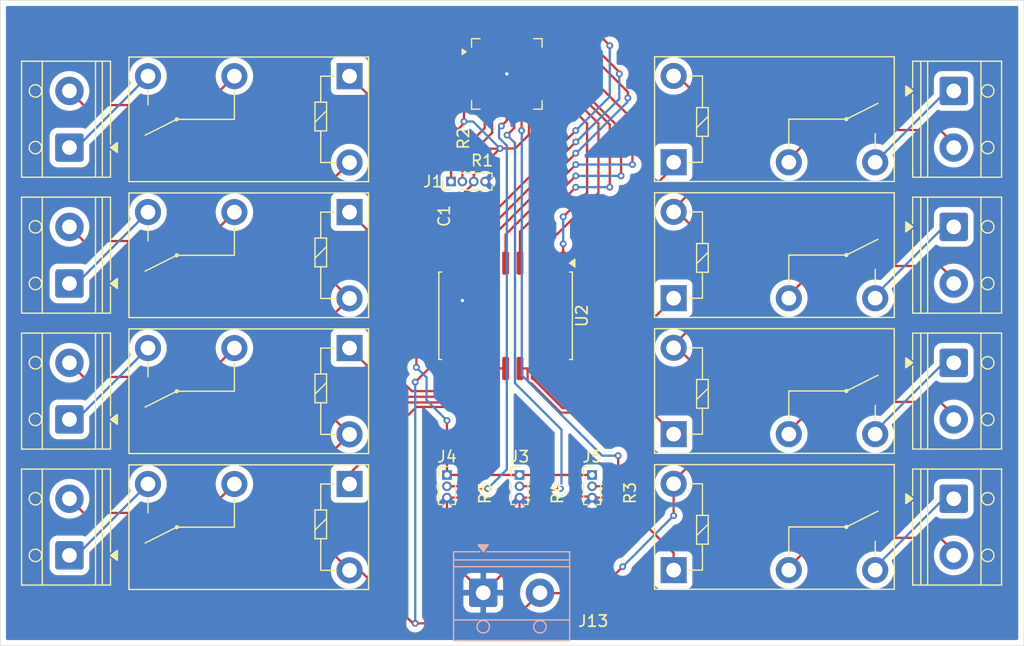
<source format=kicad_pcb>
(kicad_pcb (version 20241229) (generator "pcbnew") (generator_version "9.0")
  (title_block (title "Wireless Generator Controller") (date "2025-10-24") (rev "0") (company "ACCLS Company"))
  (layers (0 "F.Cu" signal) (2 "B.Cu" signal) (13 "F.Paste" user) (15 "B.Paste" user) (5 "F.SilkS" user "F.Silkscreen") (7 "B.SilkS" user "B.Silkscreen") (1 "F.Mask" user) (3 "B.Mask" user) (25 "Edge.Cuts" user))
  (net 0 "")
  (net 1 "Net-(J1-Pin_2)")
  (net 2 "Net-(J1-Pin_1)")
  (net 3 "Net-(J2-Pin_2)")
  (net 4 "Net-(J3-Pin_2)")
  (net 5 "Net-(J4-Pin_2)")
  (net 6 "Net-(J5-Pin_2)")
  (net 7 "Net-(J6-Pin_2)")
  (net 8 "Net-(J7-Pin_2)")
  (net 9 "Net-(J8-Pin_2)")
  (net 10 "Net-(J9-Pin_2)")
  (net 11 "Net-(J10-Pin_2)")
  (net 12 "Net-(J11-Pin_2)")
  (net 13 "Net-(J12-Pin_2)")
  (net 14 "Relay VCC")
  (net 15 "Net-(U2-O7)")
  (net 16 "Net-(U2-O8)")
  (net 17 "Net-(U2-O5)")
  (net 18 "Net-(U2-O6)")
  (net 19 "Net-(U2-O4)")
  (net 20 "Net-(U2-O2)")
  (net 21 "Net-(U2-O3)")
  (net 22 "Net-(U2-O1)")
  (net 25 "Net-(U1-GPA0)")
  (net 26 "Net-(U1-GPA4)")
  (net 28 "Net-(U1-GPA7)")
  (net 32 "Net-(U1-GPA5)")
  (net 35 "Net-(U1-GPA2)")
  (net 37 "Net-(U1-GPA6)")
  (net 40 "Net-(U1-GPA3)")
  (net 41 "Net-(U1-GPA1)")
  (net 43 "Net-(J1-Pin_3)")
  (net 44 "Net-(J2-Pin_1)")
  (net 45 "Net-(J6-Pin_1)")
  (net 46 "Net-(J7-Pin_1)")
  (net 47 "Net-(J8-Pin_1)")
  (net 48 "Net-(J9-Pin_1)")
  (net 49 "Net-(J10-Pin_1)")
  (net 50 "Net-(J11-Pin_1)")
  (net 51 "Net-(J12-Pin_1)")
  (net 52 "GND")
  (footprint "Relay_THT:Relay_SPST_Omron-G5Q-1A" (layer "F.Cu") (at 104.2925 82.3)
    (property "Reference" "K5" (hide yes))
    (property "Value" "Relay_SPST-NO" (hide yes))
    (pad "1" thru_hole rect (at 0 0 180) (size 2.3 2.3) (drill 1.3) (layers "*.Cu" "*.Mask") (net 19 "Net-(U2-O4)"))
    (pad "2" thru_hole circle (at 10.16 0 180) (size 2.3 2.3) (drill 1.3) (layers "*.Cu" "*.Mask") (net 10 "Net-(J9-Pin_2)"))
    (pad "3" thru_hole circle (at 17.78 0 180) (size 2.3 2.3) (drill 1.3) (layers "*.Cu" "*.Mask") (net 48 "Net-(J9-Pin_1)"))
    (pad "5" thru_hole circle (at 0 -7.62 180) (size 2.3 2.3) (drill 1.3) (layers "*.Cu" "*.Mask") (net 14 "Relay VCC"))
  )
  (footprint "TerminalBlock_RND:TerminalBlock_RND_205-00012_1x02_P5.00mm_Horizontal" (layer "F.Cu") (at 129 64 -90)
    (property "Reference" "J11" (hide yes))
    (property "Value" "Screw_Terminal_01x02" (hide yes))
    (pad "1" thru_hole roundrect (at 0 0 270) (size 2.5 2.5) (drill 1.3) (layers "*.Cu" "*.Mask") (roundrect_rratio 0.1) (net 50 "Net-(J11-Pin_1)"))
    (pad "2" thru_hole circle (at 5 0 270) (size 2.5 2.5) (drill 1.3) (layers "*.Cu" "*.Mask") (net 12 "Net-(J11-Pin_2)"))
  )
  (footprint "Connector_PinHeader_1.00mm:PinHeader_1x03_P1.00mm_Vertical" (layer "F.Cu") (at 97.1 73.9)
    (property "Reference" "J5" (at 0 -1.61 0) (layer "F.SilkS"))
    (property "Value" "Conn_01x03_Pin" (hide yes))
    (pad "1" thru_hole rect (at 0 0) (size 0.85 0.85) (drill 0.5) (layers "*.Cu" "*.Mask") (net 43 "Net-(J1-Pin_3)"))
    (pad "2" thru_hole circle (at 0 1) (size 0.85 0.85) (drill 0.5) (layers "*.Cu" "*.Mask") (net 6 "Net-(J5-Pin_2)"))
    (pad "3" thru_hole circle (at 0 2) (size 0.85 0.85) (drill 0.5) (layers "*.Cu" "*.Mask") (net 52 "GND"))
  )
  (footprint "TerminalBlock_RND:TerminalBlock_RND_205-00012_1x02_P5.00mm_Horizontal" (layer "F.Cu") (at 129 52 -90)
    (property "Reference" "J10" (hide yes))
    (property "Value" "Screw_Terminal_01x02" (hide yes))
    (pad "1" thru_hole roundrect (at 0 0 270) (size 2.5 2.5) (drill 1.3) (layers "*.Cu" "*.Mask") (roundrect_rratio 0.1) (net 49 "Net-(J10-Pin_1)"))
    (pad "2" thru_hole circle (at 5 0 270) (size 2.5 2.5) (drill 1.3) (layers "*.Cu" "*.Mask") (net 11 "Net-(J10-Pin_2)"))
  )
  (footprint "Relay_THT:Relay_SPST_Omron-G5Q-1A" (layer "F.Cu") (at 75.7075 38.7 180)
    (property "Reference" "K2" (hide yes))
    (property "Value" "Relay_SPST-NO" (hide yes))
    (pad "1" thru_hole rect (at 0 0) (size 2.3 2.3) (drill 1.3) (layers "*.Cu" "*.Mask") (net 16 "Net-(U2-O8)"))
    (pad "2" thru_hole circle (at 10.16 0) (size 2.3 2.3) (drill 1.3) (layers "*.Cu" "*.Mask") (net 7 "Net-(J6-Pin_2)"))
    (pad "3" thru_hole circle (at 17.78 0) (size 2.3 2.3) (drill 1.3) (layers "*.Cu" "*.Mask") (net 45 "Net-(J6-Pin_1)"))
    (pad "5" thru_hole circle (at 0 -7.62) (size 2.3 2.3) (drill 1.3) (layers "*.Cu" "*.Mask") (net 14 "Relay VCC"))
  )
  (footprint "Resistor_SMD:R_0201_0603Metric" (layer "F.Cu") (at 86.6 75.5 -90)
    (property "Reference" "R5" (at 0 -1.05 90) (layer "F.SilkS"))
    (property "Value" "10K")
    (pad "1" smd roundrect (at -0.32 0 270) (size 0.46 0.4) (layers "F.Cu" "F.Mask") (net 5 "Net-(J4-Pin_2)"))
    (pad "2" smd roundrect (at 0.32 0 270) (size 0.46 0.4) (layers "F.Cu" "F.Mask") (net 52 "GND"))
  )
  (footprint "Package_SO:SOIC-18W_7.5x11.6mm_P1.27mm" (layer "F.Cu") (at 89.47 59.85 -90)
    (property "Reference" "U2" (at 0 -6.73 90) (layer "F.SilkS"))
    (property "Value" "ULN2803A")
    (pad "1" smd roundrect (at -4.65 -5.08 270) (size 2.05 0.6) (layers "F.Cu" "F.Mask" "F.Paste") (net 25 "Net-(U1-GPA0)"))
    (pad "2" smd roundrect (at -4.65 -3.81 270) (size 2.05 0.6) (layers "F.Cu" "F.Mask" "F.Paste") (net 41 "Net-(U1-GPA1)"))
    (pad "3" smd roundrect (at -4.65 -2.54 270) (size 2.05 0.6) (layers "F.Cu" "F.Mask" "F.Paste") (net 35 "Net-(U1-GPA2)"))
    (pad "4" smd roundrect (at -4.65 -1.27 270) (size 2.05 0.6) (layers "F.Cu" "F.Mask" "F.Paste") (net 40 "Net-(U1-GPA3)"))
    (pad "5" smd roundrect (at -4.65 0 270) (size 2.05 0.6) (layers "F.Cu" "F.Mask" "F.Paste") (net 26 "Net-(U1-GPA4)"))
    (pad "6" smd roundrect (at -4.65 1.27 270) (size 2.05 0.6) (layers "F.Cu" "F.Mask" "F.Paste") (net 32 "Net-(U1-GPA5)"))
    (pad "7" smd roundrect (at -4.65 2.54 270) (size 2.05 0.6) (layers "F.Cu" "F.Mask" "F.Paste") (net 37 "Net-(U1-GPA6)"))
    (pad "8" smd roundrect (at -4.65 3.81 270) (size 2.05 0.6) (layers "F.Cu" "F.Mask" "F.Paste") (net 28 "Net-(U1-GPA7)"))
    (pad "9" smd roundrect (at -4.65 5.08 270) (size 2.05 0.6) (layers "F.Cu" "F.Mask" "F.Paste") (net 52 "GND"))
    (pad "10" smd roundrect (at 4.65 5.08 270) (size 2.05 0.6) (layers "F.Cu" "F.Mask" "F.Paste") (net 14 "Relay VCC"))
    (pad "11" smd roundrect (at 4.65 3.81 270) (size 2.05 0.6) (layers "F.Cu" "F.Mask" "F.Paste") (net 16 "Net-(U2-O8)"))
    (pad "12" smd roundrect (at 4.65 2.54 270) (size 2.05 0.6) (layers "F.Cu" "F.Mask" "F.Paste") (net 15 "Net-(U2-O7)"))
    (pad "13" smd roundrect (at 4.65 1.27 270) (size 2.05 0.6) (layers "F.Cu" "F.Mask" "F.Paste") (net 18 "Net-(U2-O6)"))
    (pad "14" smd roundrect (at 4.65 0 270) (size 2.05 0.6) (layers "F.Cu" "F.Mask" "F.Paste") (net 17 "Net-(U2-O5)"))
    (pad "15" smd roundrect (at 4.65 -1.27 270) (size 2.05 0.6) (layers "F.Cu" "F.Mask" "F.Paste") (net 19 "Net-(U2-O4)"))
    (pad "16" smd roundrect (at 4.65 -2.54 270) (size 2.05 0.6) (layers "F.Cu" "F.Mask" "F.Paste") (net 21 "Net-(U2-O3)"))
    (pad "17" smd roundrect (at 4.65 -3.81 270) (size 2.05 0.6) (layers "F.Cu" "F.Mask" "F.Paste") (net 20 "Net-(U2-O2)"))
    (pad "18" smd roundrect (at 4.65 -5.08 270) (size 2.05 0.6) (layers "F.Cu" "F.Mask" "F.Paste") (net 22 "Net-(U2-O1)"))
  )
  (footprint "Relay_THT:Relay_SPST_Omron-G5Q-1A" (layer "F.Cu") (at 75.7075 62.7 180)
    (property "Reference" "K4" (hide yes))
    (property "Value" "Relay_SPST-NO" (hide yes))
    (pad "1" thru_hole rect (at 0 0) (size 2.3 2.3) (drill 1.3) (layers "*.Cu" "*.Mask") (net 18 "Net-(U2-O6)"))
    (pad "2" thru_hole circle (at 10.16 0) (size 2.3 2.3) (drill 1.3) (layers "*.Cu" "*.Mask") (net 9 "Net-(J8-Pin_2)"))
    (pad "3" thru_hole circle (at 17.78 0) (size 2.3 2.3) (drill 1.3) (layers "*.Cu" "*.Mask") (net 47 "Net-(J8-Pin_1)"))
    (pad "5" thru_hole circle (at 0 -7.62) (size 2.3 2.3) (drill 1.3) (layers "*.Cu" "*.Mask") (net 14 "Relay VCC"))
  )
  (footprint "Relay_THT:Relay_SPST_Omron-G5Q-1A" (layer "F.Cu") (at 104.2925 70.3)
    (property "Reference" "K7" (hide yes))
    (property "Value" "Relay_SPST-NO" (hide yes))
    (pad "1" thru_hole rect (at 0 0 180) (size 2.3 2.3) (drill 1.3) (layers "*.Cu" "*.Mask") (net 21 "Net-(U2-O3)"))
    (pad "2" thru_hole circle (at 10.16 0 180) (size 2.3 2.3) (drill 1.3) (layers "*.Cu" "*.Mask") (net 12 "Net-(J11-Pin_2)"))
    (pad "3" thru_hole circle (at 17.78 0 180) (size 2.3 2.3) (drill 1.3) (layers "*.Cu" "*.Mask") (net 50 "Net-(J11-Pin_1)"))
    (pad "5" thru_hole circle (at 0 -7.62 180) (size 2.3 2.3) (drill 1.3) (layers "*.Cu" "*.Mask") (net 14 "Relay VCC"))
  )
  (footprint "Resistor_SMD:R_0201_0603Metric" (layer "F.Cu") (at 99.4 75.5 -90)
    (property "Reference" "R3" (at 0 -1.05 90) (layer "F.SilkS"))
    (property "Value" "10K")
    (pad "1" smd roundrect (at -0.32 0 270) (size 0.46 0.4) (layers "F.Cu" "F.Mask") (net 6 "Net-(J5-Pin_2)"))
    (pad "2" smd roundrect (at 0.32 0 270) (size 0.46 0.4) (layers "F.Cu" "F.Mask") (net 52 "GND"))
  )
  (footprint "TerminalBlock_RND:TerminalBlock_RND_205-00012_1x02_P5.00mm_Horizontal" (layer "F.Cu") (at 51 81 90)
    (property "Reference" "J7" (hide yes))
    (property "Value" "Screw_Terminal_01x02" (hide yes))
    (pad "1" thru_hole roundrect (at 0 0 90) (size 2.5 2.5) (drill 1.3) (layers "*.Cu" "*.Mask") (roundrect_rratio 0.1) (net 46 "Net-(J7-Pin_1)"))
    (pad "2" thru_hole circle (at 5 0 90) (size 2.5 2.5) (drill 1.3) (layers "*.Cu" "*.Mask") (net 8 "Net-(J7-Pin_2)"))
  )
  (footprint "TerminalBlock_RND:TerminalBlock_RND_205-00012_1x02_P5.00mm_Horizontal" (layer "F.Cu") (at 129 40 -90)
    (property "Reference" "J12" (hide yes))
    (property "Value" "Screw_Terminal_01x02" (hide yes))
    (pad "1" thru_hole roundrect (at 0 0 270) (size 2.5 2.5) (drill 1.3) (layers "*.Cu" "*.Mask") (roundrect_rratio 0.1) (net 51 "Net-(J12-Pin_1)"))
    (pad "2" thru_hole circle (at 5 0 270) (size 2.5 2.5) (drill 1.3) (layers "*.Cu" "*.Mask") (net 13 "Net-(J12-Pin_2)"))
  )
  (footprint "TerminalBlock_RND:TerminalBlock_RND_205-00012_1x02_P5.00mm_Horizontal" (layer "F.Cu") (at 51 69 90)
    (property "Reference" "J8" (hide yes))
    (property "Value" "Screw_Terminal_01x02" (hide yes))
    (pad "1" thru_hole roundrect (at 0 0 90) (size 2.5 2.5) (drill 1.3) (layers "*.Cu" "*.Mask") (roundrect_rratio 0.1) (net 47 "Net-(J8-Pin_1)"))
    (pad "2" thru_hole circle (at 5 0 90) (size 2.5 2.5) (drill 1.3) (layers "*.Cu" "*.Mask") (net 9 "Net-(J8-Pin_2)"))
  )
  (footprint "Connector_PinHeader_1.00mm:PinHeader_1x03_P1.00mm_Vertical" (layer "F.Cu") (at 90.7 73.9)
    (property "Reference" "J3" (at 0 -1.61 0) (layer "F.SilkS"))
    (property "Value" "Conn_01x03_Pin" (hide yes))
    (pad "1" thru_hole rect (at 0 0) (size 0.85 0.85) (drill 0.5) (layers "*.Cu" "*.Mask") (net 43 "Net-(J1-Pin_3)"))
    (pad "2" thru_hole circle (at 0 1) (size 0.85 0.85) (drill 0.5) (layers "*.Cu" "*.Mask") (net 4 "Net-(J3-Pin_2)"))
    (pad "3" thru_hole circle (at 0 2) (size 0.85 0.85) (drill 0.5) (layers "*.Cu" "*.Mask") (net 52 "GND"))
  )
  (footprint "Connector_PinHeader_1.00mm:PinHeader_1x04_P1.00mm_Vertical" (layer "F.Cu") (at 84.66 48 90)
    (property "Reference" "J1" (at 0 -1.61 180) (layer "F.SilkS"))
    (property "Value" "Conn_01x04_Pin" (hide yes))
    (pad "1" thru_hole rect (at 0 0 90) (size 0.85 0.85) (drill 0.5) (layers "*.Cu" "*.Mask") (net 2 "Net-(J1-Pin_1)"))
    (pad "2" thru_hole circle (at 0 1 90) (size 0.85 0.85) (drill 0.5) (layers "*.Cu" "*.Mask") (net 1 "Net-(J1-Pin_2)"))
    (pad "3" thru_hole circle (at 0 2 90) (size 0.85 0.85) (drill 0.5) (layers "*.Cu" "*.Mask") (net 43 "Net-(J1-Pin_3)"))
    (pad "4" thru_hole circle (at 0 3 90) (size 0.85 0.85) (drill 0.5) (layers "*.Cu" "*.Mask") (net 52 "GND"))
  )
  (footprint "Resistor_SMD:R_0201_0603Metric" (layer "F.Cu") (at 93 75.5 -90)
    (property "Reference" "R4" (at 0 -1.05 90) (layer "F.SilkS"))
    (property "Value" "10K")
    (pad "1" smd roundrect (at -0.32 0 270) (size 0.46 0.4) (layers "F.Cu" "F.Mask") (net 4 "Net-(J3-Pin_2)"))
    (pad "2" smd roundrect (at 0.32 0 270) (size 0.46 0.4) (layers "F.Cu" "F.Mask") (net 52 "GND"))
  )
  (footprint "Connector_PinHeader_1.00mm:PinHeader_1x03_P1.00mm_Vertical" (layer "F.Cu") (at 84.3 73.9)
    (property "Reference" "J4" (at 0 -1.61 0) (layer "F.SilkS"))
    (property "Value" "Conn_01x03_Pin" (hide yes))
    (pad "1" thru_hole rect (at 0 0) (size 0.85 0.85) (drill 0.5) (layers "*.Cu" "*.Mask") (net 43 "Net-(J1-Pin_3)"))
    (pad "2" thru_hole circle (at 0 1) (size 0.85 0.85) (drill 0.5) (layers "*.Cu" "*.Mask") (net 5 "Net-(J4-Pin_2)"))
    (pad "3" thru_hole circle (at 0 2) (size 0.85 0.85) (drill 0.5) (layers "*.Cu" "*.Mask") (net 52 "GND"))
  )
  (footprint "TerminalBlock_RND:TerminalBlock_RND_205-00012_1x02_P5.00mm_Horizontal" (layer "F.Cu") (at 51 57 90)
    (property "Reference" "J2" (hide yes))
    (property "Value" "Screw_Terminal_01x02" (hide yes))
    (pad "1" thru_hole roundrect (at 0 0 90) (size 2.5 2.5) (drill 1.3) (layers "*.Cu" "*.Mask") (roundrect_rratio 0.1) (net 44 "Net-(J2-Pin_1)"))
    (pad "2" thru_hole circle (at 5 0 90) (size 2.5 2.5) (drill 1.3) (layers "*.Cu" "*.Mask") (net 3 "Net-(J2-Pin_2)"))
  )
  (footprint "Relay_THT:Relay_SPST_Omron-G5Q-1A" (layer "F.Cu") (at 104.2925 46.3)
    (property "Reference" "K8" (hide yes))
    (property "Value" "Relay_SPST-NO" (hide yes))
    (pad "1" thru_hole rect (at 0 0 180) (size 2.3 2.3) (drill 1.3) (layers "*.Cu" "*.Mask") (net 22 "Net-(U2-O1)"))
    (pad "2" thru_hole circle (at 10.16 0 180) (size 2.3 2.3) (drill 1.3) (layers "*.Cu" "*.Mask") (net 13 "Net-(J12-Pin_2)"))
    (pad "3" thru_hole circle (at 17.78 0 180) (size 2.3 2.3) (drill 1.3) (layers "*.Cu" "*.Mask") (net 51 "Net-(J12-Pin_1)"))
    (pad "5" thru_hole circle (at 0 -7.62 180) (size 2.3 2.3) (drill 1.3) (layers "*.Cu" "*.Mask") (net 14 "Relay VCC"))
  )
  (footprint "Relay_THT:Relay_SPST_Omron-G5Q-1A" (layer "F.Cu") (at 75.7075 74.7 180)
    (property "Reference" "K3" (hide yes))
    (property "Value" "Relay_SPST-NO" (hide yes))
    (pad "1" thru_hole rect (at 0 0) (size 2.3 2.3) (drill 1.3) (layers "*.Cu" "*.Mask") (net 17 "Net-(U2-O5)"))
    (pad "2" thru_hole circle (at 10.16 0) (size 2.3 2.3) (drill 1.3) (layers "*.Cu" "*.Mask") (net 8 "Net-(J7-Pin_2)"))
    (pad "3" thru_hole circle (at 17.78 0) (size 2.3 2.3) (drill 1.3) (layers "*.Cu" "*.Mask") (net 46 "Net-(J7-Pin_1)"))
    (pad "5" thru_hole circle (at 0 -7.62) (size 2.3 2.3) (drill 1.3) (layers "*.Cu" "*.Mask") (net 14 "Relay VCC"))
  )
  (footprint "Capacitor_SMD:C_0201_0603Metric" (layer "F.Cu") (at 85.3 51.22 90)
    (property "Reference" "C1" (at 0.18 -1.25 90) (layer "F.SilkS"))
    (property "Value" "0.1uf")
    (pad "1" smd roundrect (at -0.32 0 90) (size 0.46 0.4) (layers "F.Cu" "F.Mask") (net 52 "GND"))
    (pad "2" smd roundrect (at 0.32 0 90) (size 0.46 0.4) (layers "F.Cu" "F.Mask") (net 43 "Net-(J1-Pin_3)"))
  )
  (footprint "Relay_THT:Relay_SPST_Omron-G5Q-1A" (layer "F.Cu") (at 104.2925 58.3)
    (property "Reference" "K6" (hide yes))
    (property "Value" "Relay_SPST-NO" (hide yes))
    (pad "1" thru_hole rect (at 0 0 180) (size 2.3 2.3) (drill 1.3) (layers "*.Cu" "*.Mask") (net 20 "Net-(U2-O2)"))
    (pad "2" thru_hole circle (at 10.16 0 180) (size 2.3 2.3) (drill 1.3) (layers "*.Cu" "*.Mask") (net 11 "Net-(J10-Pin_2)"))
    (pad "3" thru_hole circle (at 17.78 0 180) (size 2.3 2.3) (drill 1.3) (layers "*.Cu" "*.Mask") (net 49 "Net-(J10-Pin_1)"))
    (pad "5" thru_hole circle (at 0 -7.62 180) (size 2.3 2.3) (drill 1.3) (layers "*.Cu" "*.Mask") (net 14 "Relay VCC"))
  )
  (footprint "Resistor_SMD:R_0201_0603Metric" (layer "F.Cu") (at 87.4 45.1 180)
    (property "Reference" "R1" (at 0 -1.05 0) (layer "F.SilkS"))
    (property "Value" "10K")
    (pad "1" smd roundrect (at -0.32 0 180) (size 0.46 0.4) (layers "F.Cu" "F.Mask") (net 43 "Net-(J1-Pin_3)"))
    (pad "2" smd roundrect (at 0.32 0 180) (size 0.46 0.4) (layers "F.Cu" "F.Mask") (net 1 "Net-(J1-Pin_2)"))
  )
  (footprint "TerminalBlock_RND:TerminalBlock_RND_205-00012_1x02_P5.00mm_Horizontal" (layer "F.Cu") (at 51 45 90)
    (property "Reference" "J6" (hide yes))
    (property "Value" "Screw_Terminal_01x02" (hide yes))
    (pad "1" thru_hole roundrect (at 0 0 90) (size 2.5 2.5) (drill 1.3) (layers "*.Cu" "*.Mask") (roundrect_rratio 0.1) (net 45 "Net-(J6-Pin_1)"))
    (pad "2" thru_hole circle (at 5 0 90) (size 2.5 2.5) (drill 1.3) (layers "*.Cu" "*.Mask") (net 7 "Net-(J6-Pin_2)"))
  )
  (footprint "Package_DFN_QFN:QFN-28-1EP_6x6mm_P0.65mm_EP4.25x4.25mm" (layer "F.Cu") (at 89.58 38.5)
    (property "Reference" "U1" (hide yes))
    (property "Value" "MCP23017_ML")
    (pad "1" smd roundrect (at -2.8375 -1.95) (size 1.025 0.3) (layers "F.Cu" "F.Mask" "F.Paste"))
    (pad "2" smd roundrect (at -2.8375 -1.3) (size 1.025 0.3) (layers "F.Cu" "F.Mask" "F.Paste"))
    (pad "3" smd roundrect (at -2.8375 -0.65) (size 1.025 0.3) (layers "F.Cu" "F.Mask" "F.Paste"))
    (pad "4" smd roundrect (at -2.8375 0) (size 1.025 0.3) (layers "F.Cu" "F.Mask" "F.Paste"))
    (pad "5" smd roundrect (at -2.8375 0.65) (size 1.025 0.3) (layers "F.Cu" "F.Mask" "F.Paste") (net 43 "Net-(J1-Pin_3)"))
    (pad "6" smd roundrect (at -2.8375 1.3) (size 1.025 0.3) (layers "F.Cu" "F.Mask" "F.Paste") (net 52 "GND"))
    (pad "7" smd roundrect (at -2.8375 1.95) (size 1.025 0.3) (layers "F.Cu" "F.Mask" "F.Paste"))
    (pad "8" smd roundrect (at -1.95 2.8375) (size 0.3 1.025) (layers "F.Cu" "F.Mask" "F.Paste") (net 2 "Net-(J1-Pin_1)"))
    (pad "9" smd roundrect (at -1.3 2.8375) (size 0.3 1.025) (layers "F.Cu" "F.Mask" "F.Paste") (net 1 "Net-(J1-Pin_2)"))
    (pad "10" smd roundrect (at -0.65 2.8375) (size 0.3 1.025) (layers "F.Cu" "F.Mask" "F.Paste"))
    (pad "11" smd roundrect (at 0 2.8375) (size 0.3 1.025) (layers "F.Cu" "F.Mask" "F.Paste") (net 5 "Net-(J4-Pin_2)"))
    (pad "12" smd roundrect (at 0.65 2.8375) (size 0.3 1.025) (layers "F.Cu" "F.Mask" "F.Paste") (net 4 "Net-(J3-Pin_2)"))
    (pad "13" smd roundrect (at 1.3 2.8375) (size 0.3 1.025) (layers "F.Cu" "F.Mask" "F.Paste") (net 6 "Net-(J5-Pin_2)"))
    (pad "14" smd roundrect (at 1.95 2.8375) (size 0.3 1.025) (layers "F.Cu" "F.Mask" "F.Paste") (net 43 "Net-(J1-Pin_3)"))
    (pad "15" smd roundrect (at 2.8375 1.95) (size 1.025 0.3) (layers "F.Cu" "F.Mask" "F.Paste"))
    (pad "16" smd roundrect (at 2.8375 1.3) (size 1.025 0.3) (layers "F.Cu" "F.Mask" "F.Paste"))
    (pad "17" smd roundrect (at 2.8375 0.65) (size 1.025 0.3) (layers "F.Cu" "F.Mask" "F.Paste") (net 25 "Net-(U1-GPA0)"))
    (pad "18" smd roundrect (at 2.8375 0) (size 1.025 0.3) (layers "F.Cu" "F.Mask" "F.Paste") (net 41 "Net-(U1-GPA1)"))
    (pad "19" smd roundrect (at 2.8375 -0.65) (size 1.025 0.3) (layers "F.Cu" "F.Mask" "F.Paste") (net 35 "Net-(U1-GPA2)"))
    (pad "20" smd roundrect (at 2.8375 -1.3) (size 1.025 0.3) (layers "F.Cu" "F.Mask" "F.Paste") (net 40 "Net-(U1-GPA3)"))
    (pad "21" smd roundrect (at 2.8375 -1.95) (size 1.025 0.3) (layers "F.Cu" "F.Mask" "F.Paste") (net 26 "Net-(U1-GPA4)"))
    (pad "22" smd roundrect (at 1.95 -2.8375) (size 0.3 1.025) (layers "F.Cu" "F.Mask" "F.Paste") (net 32 "Net-(U1-GPA5)"))
    (pad "23" smd roundrect (at 1.3 -2.8375) (size 0.3 1.025) (layers "F.Cu" "F.Mask" "F.Paste") (net 37 "Net-(U1-GPA6)"))
    (pad "24" smd roundrect (at 0.65 -2.8375) (size 0.3 1.025) (layers "F.Cu" "F.Mask" "F.Paste") (net 28 "Net-(U1-GPA7)"))
    (pad "25" smd roundrect (at 0 -2.8375) (size 0.3 1.025) (layers "F.Cu" "F.Mask" "F.Paste"))
    (pad "26" smd roundrect (at -0.65 -2.8375) (size 0.3 1.025) (layers "F.Cu" "F.Mask" "F.Paste"))
    (pad "27" smd roundrect (at -1.3 -2.8375) (size 0.3 1.025) (layers "F.Cu" "F.Mask" "F.Paste"))
    (pad "28" smd roundrect (at -1.95 -2.8375) (size 0.3 1.025) (layers "F.Cu" "F.Mask" "F.Paste"))
    (pad "29" smd rect (at 0 0) (size 4.25 4.25) (property pad_prop_heatsink) (layers "F.Cu" "F.Mask") (net 52 "GND"))
  )
  (footprint "TerminalBlock_RND:TerminalBlock_RND_205-00012_1x02_P5.00mm_Horizontal" (layer "F.Cu") (at 129 76 -90)
    (property "Reference" "J9" (hide yes))
    (property "Value" "Screw_Terminal_01x02" (hide yes))
    (pad "1" thru_hole roundrect (at 0 0 270) (size 2.5 2.5) (drill 1.3) (layers "*.Cu" "*.Mask") (roundrect_rratio 0.1) (net 48 "Net-(J9-Pin_1)"))
    (pad "2" thru_hole circle (at 5 0 270) (size 2.5 2.5) (drill 1.3) (layers "*.Cu" "*.Mask") (net 10 "Net-(J9-Pin_2)"))
  )
  (footprint "Resistor_SMD:R_0201_0603Metric" (layer "F.Cu") (at 84.7 44.2 -90)
    (property "Reference" "R2" (at 0 -1.05 90) (layer "F.SilkS"))
    (property "Value" "10K")
    (pad "1" smd roundrect (at -0.32 0 270) (size 0.46 0.4) (layers "F.Cu" "F.Mask") (net 43 "Net-(J1-Pin_3)"))
    (pad "2" smd roundrect (at 0.32 0 270) (size 0.46 0.4) (layers "F.Cu" "F.Mask") (net 2 "Net-(J1-Pin_1)"))
  )
  (footprint "Relay_THT:Relay_SPST_Omron-G5Q-1A" (layer "F.Cu") (at 75.7075 50.7 180)
    (property "Reference" "K1" (hide yes))
    (property "Value" "Relay_SPST-NO" (hide yes))
    (pad "1" thru_hole rect (at 0 0) (size 2.3 2.3) (drill 1.3) (layers "*.Cu" "*.Mask") (net 15 "Net-(U2-O7)"))
    (pad "2" thru_hole circle (at 10.16 0) (size 2.3 2.3) (drill 1.3) (layers "*.Cu" "*.Mask") (net 3 "Net-(J2-Pin_2)"))
    (pad "3" thru_hole circle (at 17.78 0) (size 2.3 2.3) (drill 1.3) (layers "*.Cu" "*.Mask") (net 44 "Net-(J2-Pin_1)"))
    (pad "5" thru_hole circle (at 0 -7.62) (size 2.3 2.3) (drill 1.3) (layers "*.Cu" "*.Mask") (net 14 "Relay VCC"))
  )
  (footprint "TerminalBlock_RND:TerminalBlock_RND_205-00012_1x02_P5.00mm_Horizontal" (layer "B.Cu") (at 87.5 84.3)
    (property "Reference" "J13" (at 9.7 2.5 -180) (layer "F.SilkS"))
    (property "Value" "Screw_Terminal_01x02" (hide yes))
    (pad "1" thru_hole roundrect (at 0 0) (size 2.5 2.5) (drill 1.3) (layers "*.Cu" "*.Mask") (roundrect_rratio 0.1) (net 52 "GND"))
    (pad "2" thru_hole circle (at 5 0) (size 2.5 2.5) (drill 1.3) (layers "*.Cu" "*.Mask") (net 14 "Relay VCC"))
  )
  (gr_rect (start 44.9 32) (end 135.191208 88.9744) (stroke (width 0.05)) (fill no) (layer "Edge.Cuts"))
  (segment (start 88.3 41.3575) (end 88.28 41.3375) (width 0.2) (layer "F.Cu") (net 1))
  (segment (start 87.08 45.1) (end 85.66 46.52) (width 0.2) (layer "F.Cu") (net 1))
  (segment (start 87.08 44.900001) (end 88.28 43.700001) (width 0.2) (layer "F.Cu") (net 1))
  (segment (start 88.28 43.700001) (end 88.28 41.3375) (width 0.2) (layer "F.Cu") (net 1))
  (segment (start 87.08 45.1) (end 87.08 44.900001) (width 0.2) (layer "F.Cu") (net 1))
  (segment (start 85.66 46.52) (end 85.66 48) (width 0.2) (layer "F.Cu") (net 1))
  (segment (start 84.66 46.25) (end 84.7 46.21) (width 0.2) (layer "F.Cu") (net 2))
  (segment (start 84.7 46.21) (end 87.63 43.28) (width 0.2) (layer "F.Cu") (net 2))
  (segment (start 84.7 44.6) (end 84.7 46.21) (width 0.2) (layer "F.Cu") (net 2))
  (segment (start 84.66 48) (end 84.66 46.25) (width 0.2) (layer "F.Cu") (net 2))
  (segment (start 87.63 43.28) (end 87.63 41.3375) (width 0.2) (layer "F.Cu") (net 2))
  (segment (start 52.249999 53.249999) (end 62.997501 53.249999) (width 0.2) (layer "F.Cu") (net 3))
  (segment (start 62.997501 53.249999) (end 65.5475 50.7) (width 0.2) (layer "F.Cu") (net 3))
  (segment (start 51 52) (end 52.249999 53.249999) (width 0.2) (layer "F.Cu") (net 3))
  (segment (start 90.23 41.3375) (end 90.23 43.27) (width 0.2) (layer "F.Cu") (net 4))
  (segment (start 90.23 43.27) (end 89.6 43.9) (width 0.2) (layer "F.Cu") (net 4))
  (segment (start 92.72 74.9) (end 93 75.18) (width 0.2) (layer "F.Cu") (net 4))
  (segment (start 90.7 74.9) (end 92.72 74.9) (width 0.2) (layer "F.Cu") (net 4))
  (segment (start 93 75.18) (end 94.22 75.18) (width 0.2) (layer "F.Cu") (net 4))
  (segment (start 94.22 75.18) (end 94.3 75.1) (width 0.2) (layer "F.Cu") (net 4))
  (via (at 94.3 75.1) (size 0.6) (drill 0.3) (layers "F.Cu" "B.Cu") (net 4))
  (via (at 89.6 43.9) (size 0.6) (drill 0.3) (layers "F.Cu" "B.Cu") (net 4))
  (segment (start 94.4 69.9) (end 90.3 65.8) (width 0.2) (layer "B.Cu") (net 4))
  (segment (start 94.3 75.1) (end 94.4 75) (width 0.2) (layer "B.Cu") (net 4))
  (segment (start 90.3 65.8) (end 90.3 44.6) (width 0.2) (layer "B.Cu") (net 4))
  (segment (start 94.4 75) (end 94.4 69.9) (width 0.2) (layer "B.Cu") (net 4))
  (segment (start 90.3 44.6) (end 89.6 43.9) (width 0.2) (layer "B.Cu") (net 4))
  (segment (start 86.32 74.9) (end 86.6 75.18) (width 0.2) (layer "F.Cu") (net 5))
  (segment (start 89.58 42.62) (end 89.1 43.1) (width 0.2) (layer "F.Cu") (net 5))
  (segment (start 86.6 75.18) (end 87.82 75.18) (width 0.2) (layer "F.Cu") (net 5))
  (segment (start 87.82 75.18) (end 87.9 75.1) (width 0.2) (layer "F.Cu") (net 5))
  (segment (start 89.58 41.3375) (end 89.58 42.62) (width 0.2) (layer "F.Cu") (net 5))
  (segment (start 84.3 74.9) (end 86.32 74.9) (width 0.2) (layer "F.Cu") (net 5))
  (via (at 89.1 43.1) (size 0.6) (drill 0.3) (layers "F.Cu" "B.Cu") (net 5))
  (via (at 87.9 75.1) (size 0.6) (drill 0.3) (layers "F.Cu" "B.Cu") (net 5))
  (segment (start 89.1 43.1) (end 88.9 43.3) (width 0.2) (layer "B.Cu") (net 5))
  (segment (start 88.9 43.3) (end 88.9 44.150057) (width 0.2) (layer "B.Cu") (net 5))
  (segment (start 89.58048 73.41952) (end 87.9 75.1) (width 0.2) (layer "B.Cu") (net 5))
  (segment (start 88.9 44.150057) (end 89.58048 44.830537) (width 0.2) (layer "B.Cu") (net 5))
  (segment (start 89.58048 44.830537) (end 89.58048 73.41952) (width 0.2) (layer "B.Cu") (net 5))
  (segment (start 97.1 74.9) (end 99.12 74.9) (width 0.2) (layer "F.Cu") (net 6))
  (segment (start 90.88 43.68) (end 90.9 43.7) (width 0.2) (layer "F.Cu") (net 6))
  (segment (start 99.4 72.2) (end 99.4 75.18) (width 0.2) (layer "F.Cu") (net 6))
  (segment (start 90.88 41.3375) (end 90.88 43.5) (width 0.2) (layer "F.Cu") (net 6))
  (segment (start 90.88 43.5) (end 90.88 43.68) (width 0.2) (layer "F.Cu") (net 6))
  (segment (start 99.12 74.9) (end 99.4 75.18) (width 0.2) (layer "F.Cu") (net 6))
  (via (at 90.88 43.5) (size 0.6) (drill 0.3) (layers "F.Cu" "B.Cu") (net 6))
  (via (at 99.4 72.2) (size 0.6) (drill 0.3) (layers "F.Cu" "B.Cu") (net 6))
  (segment (start 99.4 72.2) (end 98 72.2) (width 0.2) (layer "B.Cu") (net 6))
  (segment (start 98 72.2) (end 90.9 65.1) (width 0.2) (layer "B.Cu") (net 6))
  (segment (start 90.9 65.1) (end 90.9 43.52) (width 0.2) (layer "B.Cu") (net 6))
  (segment (start 90.9 43.52) (end 90.88 43.5) (width 0.2) (layer "B.Cu") (net 6))
  (segment (start 51 40) (end 52.249999 41.249999) (width 0.2) (layer "F.Cu") (net 7))
  (segment (start 62.997501 41.249999) (end 65.5475 38.7) (width 0.2) (layer "F.Cu") (net 7))
  (segment (start 52.249999 41.249999) (end 62.997501 41.249999) (width 0.2) (layer "F.Cu") (net 7))
  (segment (start 62.997501 77.249999) (end 65.5475 74.7) (width 0.2) (layer "F.Cu") (net 8))
  (segment (start 51 76) (end 52.249999 77.249999) (width 0.2) (layer "F.Cu") (net 8))
  (segment (start 52.249999 77.249999) (end 62.997501 77.249999) (width 0.2) (layer "F.Cu") (net 8))
  (segment (start 52.249999 65.249999) (end 62.997501 65.249999) (width 0.2) (layer "F.Cu") (net 9))
  (segment (start 51 64) (end 52.249999 65.249999) (width 0.2) (layer "F.Cu") (net 9))
  (segment (start 62.997501 65.249999) (end 65.5475 62.7) (width 0.2) (layer "F.Cu") (net 9))
  (segment (start 127.797501 79.450001) (end 117.049999 79.450001) (width 0.2) (layer "F.Cu") (net 10))
  (segment (start 117.049999 79.450001) (end 114.5 82) (width 0.2) (layer "F.Cu") (net 10))
  (segment (start 129.0475 80.7) (end 127.797501 79.450001) (width 0.2) (layer "F.Cu") (net 10))
  (segment (start 129.0475 56.7) (end 127.797501 55.450001) (width 0.2) (layer "F.Cu") (net 11))
  (segment (start 117.049999 55.450001) (end 114.5 58) (width 0.2) (layer "F.Cu") (net 11))
  (segment (start 127.797501 55.450001) (end 117.049999 55.450001) (width 0.2) (layer "F.Cu") (net 11))
  (segment (start 127.797501 67.450001) (end 117.049999 67.450001) (width 0.2) (layer "F.Cu") (net 12))
  (segment (start 117.049999 67.450001) (end 114.5 70) (width 0.2) (layer "F.Cu") (net 12))
  (segment (start 129.0475 68.7) (end 127.797501 67.450001) (width 0.2) (layer "F.Cu") (net 12))
  (segment (start 127.797501 43.450001) (end 117.049999 43.450001) (width 0.2) (layer "F.Cu") (net 13))
  (segment (start 117.049999 43.450001) (end 114.5 46) (width 0.2) (layer "F.Cu") (net 13))
  (segment (start 129.0475 44.7) (end 127.797501 43.450001) (width 0.2) (layer "F.Cu") (net 13))
  (segment (start 107 65.04) (end 107 71.72) (width 0.2) (layer "F.Cu") (net 14))
  (segment (start 81.5 87) (end 89.8325 87) (width 0.2) (layer "F.Cu") (net 14))
  (segment (start 73.5 80.1125) (end 73.5 72.5275) (width 0.2) (layer "F.Cu") (net 14))
  (segment (start 104.2925 77.4925) (end 104.3 77.5) (width 0.2) (layer "F.Cu") (net 14))
  (segment (start 73.5 68.1125) (end 73.5 60.5275) (width 0.2) (layer "F.Cu") (net 14))
  (segment (start 107 53.04) (end 107 59.72) (width 0.2) (layer "F.Cu") (net 14))
  (segment (start 76.62 82.32) (end 75.7075 82.32) (width 0.2) (layer "F.Cu") (net 14))
  (segment (start 75.7075 58.32) (end 73.5 56.1125) (width 0.2) (layer "F.Cu") (net 14))
  (segment (start 107 47.72) (end 104.34 50.38) (width 0.2) (layer "F.Cu") (net 14))
  (segment (start 73.5 72.5275) (end 75.7075 70.32) (width 0.2) (layer "F.Cu") (net 14))
  (segment (start 104.34 38.38) (end 107 41.04) (width 0.2) (layer "F.Cu") (net 14))
  (segment (start 107 59.72) (end 104.34 62.38) (width 0.2) (layer "F.Cu") (net 14))
  (segment (start 84.39 64.5) (end 82.7 64.5) (width 0.2) (layer "F.Cu") (net 14))
  (segment (start 107 71.72) (end 104.34 74.38) (width 0.2) (layer "F.Cu") (net 14))
  (segment (start 104.2925 74.68) (end 104.2925 77.4925) (width 0.2) (layer "F.Cu") (net 14))
  (segment (start 104.34 50.38) (end 107 53.04) (width 0.2) (layer "F.Cu") (net 14))
  (segment (start 99.8 82) (end 97.4675 84.3325) (width 0.2) (layer "F.Cu") (net 14))
  (segment (start 97.4675 84.3325) (end 92.5 84.3325) (width 0.2) (layer "F.Cu") (net 14))
  (segment (start 73.5 56.1125) (end 73.5 48.5275) (width 0.2) (layer "F.Cu") (net 14))
  (segment (start 82.7 64.5) (end 81.5 65.7) (width 0.2) (layer "F.Cu") (net 14))
  (segment (start 81.5 87) (end 81.3 87) (width 0.2) (layer "F.Cu") (net 14))
  (segment (start 104.34 62.38) (end 107 65.04) (width 0.2) (layer "F.Cu") (net 14))
  (segment (start 75.7075 82.32) (end 73.5 80.1125) (width 0.2) (layer "F.Cu") (net 14))
  (segment (start 73.5 48.5275) (end 75.7075 46.32) (width 0.2) (layer "F.Cu") (net 14))
  (segment (start 75.7075 70.32) (end 73.5 68.1125) (width 0.2) (layer "F.Cu") (net 14))
  (segment (start 81.3 87) (end 76.62 82.32) (width 0.2) (layer "F.Cu") (net 14))
  (segment (start 89.8325 87) (end 92.5 84.3325) (width 0.2) (layer "F.Cu") (net 14))
  (segment (start 107 41.04) (end 107 47.72) (width 0.2) (layer "F.Cu") (net 14))
  (segment (start 73.5 60.5275) (end 75.7075 58.32) (width 0.2) (layer "F.Cu") (net 14))
  (via (at 99.8 82) (size 0.6) (drill 0.3) (layers "F.Cu" "B.Cu") (net 14))
  (via (at 81.5 65.7) (size 0.6) (drill 0.3) (layers "F.Cu" "B.Cu") (net 14))
  (via (at 104.2925 77.4925) (size 0.6) (drill 0.3) (layers "F.Cu" "B.Cu") (net 14))
  (via (at 81.5 87) (size 0.6) (drill 0.3) (layers "F.Cu" "B.Cu") (net 14))
  (segment (start 99.8 82) (end 101.585 80.215) (width 0.2) (layer "B.Cu") (net 14))
  (segment (start 101.585 80.215) (end 101.585 80.2) (width 0.2) (layer "B.Cu") (net 14))
  (segment (start 81.5 87) (end 81.5 65.7) (width 0.2) (layer "B.Cu") (net 14))
  (segment (start 101.585 80.2) (end 104.2925 77.4925) (width 0.2) (layer "B.Cu") (net 14))
  (segment (start 75.7075 50.7) (end 79 53.9925) (width 0.2) (layer "F.Cu") (net 15))
  (segment (start 86.93 65.524999) (end 86.93 64.5) (width 0.2) (layer "F.Cu") (net 15))
  (segment (start 79 53.9925) (end 79 65.2) (width 0.2) (layer "F.Cu") (net 15))
  (segment (start 79 65.2) (end 80.8 67) (width 0.2) (layer "F.Cu") (net 15))
  (segment (start 80.8 67) (end 85.454999 67) (width 0.2) (layer "F.Cu") (net 15))
  (segment (start 85.454999 67) (end 86.93 65.524999) (width 0.2) (layer "F.Cu") (net 15))
  (segment (start 75.7075 38.7) (end 79.5 42.4925) (width 0.2) (layer "F.Cu") (net 16))
  (segment (start 81.2 66.5) (end 85 66.5) (width 0.2) (layer "F.Cu") (net 16))
  (segment (start 79.5 42.4925) (end 79.5 64.8) (width 0.2) (layer "F.Cu") (net 16))
  (segment (start 85.66 65.84) (end 85.66 64.5) (width 0.2) (layer "F.Cu") (net 16))
  (segment (start 79.5 64.8) (end 81.2 66.5) (width 0.2) (layer "F.Cu") (net 16))
  (segment (start 85 66.5) (end 85.66 65.84) (width 0.2) (layer "F.Cu") (net 16))
  (segment (start 86.391099 67.901) (end 88.466099 65.826) (width 0.2) (layer "F.Cu") (net 17))
  (segment (start 88.466099 65.826) (end 88.540968 65.826) (width 0.2) (layer "F.Cu") (net 17))
  (segment (start 88.801 64.5) (end 89.47 64.5) (width 0.2) (layer "F.Cu") (net 17))
  (segment (start 75.7075 73.7925) (end 81.599 67.901) (width 0.2) (layer "F.Cu") (net 17))
  (segment (start 88.540968 65.826) (end 88.801 65.565968) (width 0.2) (layer "F.Cu") (net 17))
  (segment (start 75.7075 74.7) (end 75.7075 73.7925) (width 0.2) (layer "F.Cu") (net 17))
  (segment (start 88.801 65.565968) (end 88.801 64.5) (width 0.2) (layer "F.Cu") (net 17))
  (segment (start 81.599 67.901) (end 86.391099 67.901) (width 0.2) (layer "F.Cu") (net 17))
  (segment (start 75.7075 62.7) (end 80.5075 67.5) (width 0.2) (layer "F.Cu") (net 18))
  (segment (start 86.224999 67.5) (end 88.2 65.524999) (width 0.2) (layer "F.Cu") (net 18))
  (segment (start 88.2 65.524999) (end 88.2 64.5) (width 0.2) (layer "F.Cu") (net 18))
  (segment (start 80.5075 67.5) (end 86.224999 67.5) (width 0.2) (layer "F.Cu") (net 18))
  (segment (start 91.7589 65.826) (end 91.669032 65.826) (width 0.2) (layer "F.Cu") (net 19))
  (segment (start 91.409 64.5) (end 90.74 64.5) (width 0.2) (layer "F.Cu") (net 19))
  (segment (start 104.2925 82.3) (end 104.2925 80.7925) (width 0.2) (layer "F.Cu") (net 19))
  (segment (start 91.409 65.565968) (end 91.409 64.5) (width 0.2) (layer "F.Cu") (net 19))
  (segment (start 104.2925 80.7925) (end 101.5 78) (width 0.2) (layer "F.Cu") (net 19))
  (segment (start 91.669032 65.826) (end 91.409 65.565968) (width 0.2) (layer "F.Cu") (net 19))
  (segment (start 101.5 70.2) (end 99.701 68.401) (width 0.2) (layer "F.Cu") (net 19))
  (segment (start 99.701 68.401) (end 94.3339 68.401) (width 0.2) (layer "F.Cu") (net 19))
  (segment (start 94.3339 68.401) (end 91.7589 65.826) (width 0.2) (layer "F.Cu") (net 19))
  (segment (start 101.5 78) (end 101.5 70.2) (width 0.2) (layer "F.Cu") (net 19))
  (segment (start 104.2925 58.3) (end 96.0925 66.5) (width 0.2) (layer "F.Cu") (net 20))
  (segment (start 96.0925 66.5) (end 94.255001 66.5) (width 0.2) (layer "F.Cu") (net 20))
  (segment (start 94.255001 66.5) (end 93.28 65.524999) (width 0.2) (layer "F.Cu") (net 20))
  (segment (start 93.28 65.524999) (end 93.28 64.5) (width 0.2) (layer "F.Cu") (net 20))
  (segment (start 92.01 65.51) (end 92.01 64.5) (width 0.2) (layer "F.Cu") (net 21))
  (segment (start 94.5 68) (end 92.01 65.51) (width 0.2) (layer "F.Cu") (net 21))
  (segment (start 104.2925 70.3) (end 101.9925 68) (width 0.2) (layer "F.Cu") (net 21))
  (segment (start 101.9925 68) (end 94.5 68) (width 0.2) (layer "F.Cu") (net 21))
  (segment (start 97.5 53.5) (end 97.5 63) (width 0.2) (layer "F.Cu") (net 22))
  (segment (start 96 64.5) (end 94.55 64.5) (width 0.2) (layer "F.Cu") (net 22))
  (segment (start 104.2925 46.7075) (end 97.5 53.5) (width 0.2) (layer "F.Cu") (net 22))
  (segment (start 97.5 63) (end 96 64.5) (width 0.2) (layer "F.Cu") (net 22))
  (segment (start 104.2925 46.3) (end 104.2925 46.7075) (width 0.2) (layer "F.Cu") (net 22))
  (segment (start 96.66 42.880001) (end 92.929999 39.15) (width 0.2) (layer "F.Cu") (net 25))
  (segment (start 94.55 51.11) (end 96.66 49) (width 0.2) (layer "F.Cu") (net 25))
  (segment (start 96.66 49) (end 96.66 42.880001) (width 0.2) (layer "F.Cu") (net 25))
  (segment (start 92.929999 39.15) (end 92.4175 39.15) (width 0.2) (layer "F.Cu") (net 25))
  (segment (start 94.55 55.2) (end 94.55 53.5) (width 0.2) (layer "F.Cu") (net 25))
  (via (at 94.55 51.11) (size 0.6) (drill 0.3) (layers "F.Cu" "B.Cu") (net 25))
  (via (at 94.55 53.5) (size 0.6) (drill 0.3) (layers "F.Cu" "B.Cu") (net 25))
  (segment (start 94.55 51.11) (end 94.55 53.5) (width 0.2) (layer "B.Cu") (net 25))
  (segment (start 95.66 46.5) (end 89.47 52.69) (width 0.2) (layer "F.Cu") (net 26))
  (segment (start 100.66 42.5) (end 94.71 36.55) (width 0.2) (layer "F.Cu") (net 26))
  (segment (start 100.66 46.5) (end 100.66 42.5) (width 0.2) (layer "F.Cu") (net 26))
  (segment (start 94.71 36.55) (end 92.4175 36.55) (width 0.2) (layer "F.Cu") (net 26))
  (segment (start 89.47 52.69) (end 89.47 55.2) (width 0.2) (layer "F.Cu") (net 26))
  (via (at 95.66 46.5) (size 0.6) (drill 0.3) (layers "F.Cu" "B.Cu") (net 26))
  (via (at 100.66 46.5) (size 0.6) (drill 0.3) (layers "F.Cu" "B.Cu") (net 26))
  (segment (start 100.66 46.5) (end 95.66 46.5) (width 0.2) (layer "B.Cu") (net 26))
  (segment (start 97.108 34.448) (end 90.932 34.448) (width 0.2) (layer "F.Cu") (net 28))
  (segment (start 90.932 34.448) (end 90.23 35.150001) (width 0.2) (layer "F.Cu") (net 28))
  (segment (start 95.66 43.5) (end 85.66 53.5) (width 0.2) (layer "F.Cu") (net 28))
  (segment (start 90.23 35.150001) (end 90.23 35.6625) (width 0.2) (layer "F.Cu") (net 28))
  (segment (start 98.66 36) (end 97.108 34.448) (width 0.2) (layer "F.Cu") (net 28))
  (segment (start 85.66 53.5) (end 85.66 55.2) (width 0.2) (layer "F.Cu") (net 28))
  (via (at 95.66 43.5) (size 0.6) (drill 0.3) (layers "F.Cu" "B.Cu") (net 28))
  (via (at 98.66 36) (size 0.6) (drill 0.3) (layers "F.Cu" "B.Cu") (net 28))
  (segment (start 98.66 36) (end 98.66 40.5) (width 0.2) (layer "B.Cu") (net 28))
  (segment (start 98.66 40.5) (end 95.66 43.5) (width 0.2) (layer "B.Cu") (net 28))
  (segment (start 100.254499 40.094499) (end 95.66 35.5) (width 0.2) (layer "F.Cu") (net 32))
  (segment (start 95.66 45.5) (end 88.2 52.96) (width 0.2) (layer "F.Cu") (net 32))
  (segment (start 95.66 35.5) (end 91.6925 35.5) (width 0.2) (layer "F.Cu") (net 32))
  (segment (start 88.2 52.96) (end 88.2 55.2) (width 0.2) (layer "F.Cu") (net 32))
  (segment (start 91.6925 35.5) (end 91.53 35.6625) (width 0.2) (layer "F.Cu") (net 32))
  (segment (start 100.254499 40.621068) (end 100.254499 40.094499) (width 0.2) (layer "F.Cu") (net 32))
  (via (at 95.66 45.5) (size 0.6) (drill 0.3) (layers "F.Cu" "B.Cu") (net 32))
  (via (at 100.254499 40.621068) (size 0.6) (drill 0.3) (layers "F.Cu" "B.Cu") (net 32))
  (segment (start 100.2 41) (end 95.7 45.5) (width 0.2) (layer "B.Cu") (net 32))
  (segment (start 100.254499 40.621068) (end 100.2 40.675567) (width 0.2) (layer "B.Cu") (net 32))
  (segment (start 100.2 40.675567) (end 100.2 41) (width 0.2) (layer "B.Cu") (net 32))
  (segment (start 95.7 45.5) (end 95.66 45.5) (width 0.2) (layer "B.Cu") (net 32))
  (segment (start 98.66 43) (end 98.671001 42.988999) (width 0.2) (layer "F.Cu") (net 35))
  (segment (start 93.532001 37.85) (end 92.4175 37.85) (width 0.2) (layer "F.Cu") (net 35))
  (segment (start 92.01 52.15) (end 95.66 48.5) (width 0.2) (layer "F.Cu") (net 35))
  (segment (start 98.671001 42.988999) (end 93.532001 37.85) (width 0.2) (layer "F.Cu") (net 35))
  (segment (start 92.01 55.2) (end 92.01 52.15) (width 0.2) (layer "F.Cu") (net 35))
  (segment (start 98.66 48.5) (end 98.66 43) (width 0.2) (layer "F.Cu") (net 35))
  (via (at 95.66 48.5) (size 0.6) (drill 0.3) (layers "F.Cu" "B.Cu") (net 35))
  (via (at 98.66 48.5) (size 0.6) (drill 0.3) (layers "F.Cu" "B.Cu") (net 35))
  (segment (start 98.66 48.5) (end 95.66 48.5) (width 0.2) (layer "B.Cu") (net 35))
  (segment (start 95.66 44.5) (end 86.93 53.23) (width 0.2) (layer "F.Cu") (net 37))
  (segment (start 96.009 34.849) (end 91.297176 34.849) (width 0.2) (layer "F.Cu") (net 37))
  (segment (start 86.93 53.23) (end 86.93 55.2) (width 0.2) (layer "F.Cu") (net 37))
  (segment (start 91.297176 34.849) (end 90.88 35.266176) (width 0.2) (layer "F.Cu") (net 37))
  (segment (start 99.504265 38.344265) (end 96.009 34.849) (width 0.2) (layer "F.Cu") (net 37))
  (segment (start 99.504265 38.495735) (end 99.504265 38.344265) (width 0.2) (layer "F.Cu") (net 37))
  (segment (start 90.88 35.266176) (end 90.88 35.6625) (width 0.2) (layer "F.Cu") (net 37))
  (via (at 95.66 44.5) (size 0.6) (drill 0.3) (layers "F.Cu" "B.Cu") (net 37))
  (via (at 99.504265 38.495735) (size 0.6) (drill 0.3) (layers "F.Cu" "B.Cu") (net 37))
  (segment (start 95.7 44.5) (end 95.66 44.5) (width 0.2) (layer "B.Cu") (net 37))
  (segment (start 99.5 38.5) (end 99.5 40.7) (width 0.2) (layer "B.Cu") (net 37))
  (segment (start 99.5 40.7) (end 95.7 44.5) (width 0.2) (layer "B.Cu") (net 37))
  (segment (start 99.504265 38.495735) (end 99.5 38.5) (width 0.2) (layer "B.Cu") (net 37))
  (segment (start 90.74 52.42) (end 90.74 55.2) (width 0.2) (layer "F.Cu") (net 40))
  (segment (start 99.66 43.410898) (end 93.449102 37.2) (width 0.2) (layer "F.Cu") (net 40))
  (segment (start 99.66 47.5) (end 99.66 43.410898) (width 0.2) (layer "F.Cu") (net 40))
  (segment (start 95.66 47.5) (end 90.74 52.42) (width 0.2) (layer "F.Cu") (net 40))
  (segment (start 93.449102 37.2) (end 92.4175 37.2) (width 0.2) (layer "F.Cu") (net 40))
  (via (at 99.66 47.5) (size 0.6) (drill 0.3) (layers "F.Cu" "B.Cu") (net 40))
  (via (at 95.66 47.5) (size 0.6) (drill 0.3) (layers "F.Cu" "B.Cu") (net 40))
  (segment (start 99.66 47.5) (end 95.66 47.5) (width 0.2) (layer "B.Cu") (net 40))
  (segment (start 97.66 42.865) (end 93.295 38.5) (width 0.2) (layer "F.Cu") (net 41))
  (segment (start 93.295 38.5) (end 92.4175 38.5) (width 0.2) (layer "F.Cu") (net 41))
  (segment (start 93.28 53.38) (end 97.66 49) (width 0.2) (layer "F.Cu") (net 41))
  (segment (start 93.28 55.2) (end 93.28 53.38) (width 0.2) (layer "F.Cu") (net 41))
  (segment (start 97.66 49) (end 97.66 42.865) (width 0.2) (layer "F.Cu") (net 41))
  (segment (start 85.3 49.5) (end 85.3 50.9) (width 0.2) (layer "F.Cu") (net 43))
  (segment (start 85.8 42.7) (end 85.8 42.86) (width 0.2) (layer "F.Cu") (net 43))
  (segment (start 91.53 43.87) (end 91.53 41.3375) (width 0.2) (layer "F.Cu") (net 43))
  (segment (start 86.7425 39.15) (end 86.230001 39.15) (width 0.2) (layer "F.Cu") (net 43))
  (segment (start 88.97948 45.07948) (end 86.66 47.39896) (width 0.2) (layer "F.Cu") (net 43))
  (segment (start 81.6 54.4) (end 85.1 50.9) (width 0.2) (layer "F.Cu") (net 43))
  (segment (start 86.66 48.14) (end 85.3 49.5) (width 0.2) (layer "F.Cu") (net 43))
  (segment (start 86.230001 39.15) (end 85.8 39.580001) (width 0.2) (layer "F.Cu") (net 43))
  (segment (start 90.7 73.9) (end 97 73.9) (width 0.2) (layer "F.Cu") (net 43))
  (segment (start 90.32052 45.07948) (end 91.53 43.87) (width 0.2) (layer "F.Cu") (net 43))
  (segment (start 85.8 42.86) (end 84.7 43.96) (width 0.2) (layer "F.Cu") (net 43))
  (segment (start 88.97948 45.07948) (end 90.32052 45.07948) (width 0.2) (layer "F.Cu") (net 43))
  (segment (start 85.8 39.580001) (end 85.8 42.7) (width 0.2) (layer "F.Cu") (net 43))
  (segment (start 85.1 50.9) (end 85.3 50.9) (width 0.2) (layer "F.Cu") (net 43))
  (segment (start 84.3 73.9) (end 84.3 69.1) (width 0.2) (layer "F.Cu") (net 43))
  (segment (start 84.3 73.9) (end 90.7 73.9) (width 0.2) (layer "F.Cu") (net 43))
  (segment (start 88.95896 45.1) (end 88.97948 45.07948) (width 0.2) (layer "F.Cu") (net 43))
  (segment (start 97 73.9) (end 97.1 73.8) (width 0.2) (layer "F.Cu") (net 43))
  (segment (start 86.66 47.39896) (end 86.66 48) (width 0.2) (layer "F.Cu") (net 43))
  (segment (start 87.72 45.1) (end 88.95896 45.1) (width 0.2) (layer "F.Cu") (net 43))
  (segment (start 81.6 64.4) (end 81.6 54.4) (width 0.2) (layer "F.Cu") (net 43))
  (segment (start 86.66 48) (end 86.66 48.14) (width 0.2) (layer "F.Cu") (net 43))
  (via (at 81.6 64.4) (size 0.6) (drill 0.3) (layers "F.Cu" "B.Cu") (net 43))
  (via (at 85.8 42.7) (size 0.6) (drill 0.3) (layers "F.Cu" "B.Cu") (net 43))
  (via (at 84.3 69.1) (size 0.6) (drill 0.3) (layers "F.Cu" "B.Cu") (net 43))
  (via (at 88.97948 45.07948) (size 0.6) (drill 0.3) (layers "F.Cu" "B.Cu") (net 43))
  (segment (start 88.97948 45.07948) (end 86.6 42.7) (width 0.2) (layer "B.Cu") (net 43))
  (segment (start 81.6 64.4) (end 82.5 65.3) (width 0.2) (layer "B.Cu") (net 43))
  (segment (start 86.6 42.7) (end 85.8 42.7) (width 0.2) (layer "B.Cu") (net 43))
  (segment (start 82.5 65.3) (end 82.5 67.3) (width 0.2) (layer "B.Cu") (net 43))
  (segment (start 82.5 67.3) (end 84.3 69.1) (width 0.2) (layer "B.Cu") (net 43))
  (segment (start 51.6275 57) (end 57.9275 50.7) (width 0.2) (layer "B.Cu") (net 44))
  (segment (start 51 57) (end 51.6275 57) (width 0.2) (layer "B.Cu") (net 44))
  (segment (start 51 45) (end 51.6275 45) (width 0.2) (layer "B.Cu") (net 45))
  (segment (start 51.6275 45) (end 57.9275 38.7) (width 0.2) (layer "B.Cu") (net 45))
  (segment (start 51.6275 81) (end 57.9275 74.7) (width 0.2) (layer "B.Cu") (net 46))
  (segment (start 51 81) (end 51.6275 81) (width 0.2) (layer "B.Cu") (net 46))
  (segment (start 51.6275 69) (end 57.9275 62.7) (width 0.2) (layer "B.Cu") (net 47))
  (segment (start 51 69) (end 51.6275 69) (width 0.2) (layer "B.Cu") (net 47))
  (segment (start 129.0475 75.7) (end 128.42 75.7) (width 0.2) (layer "B.Cu") (net 48))
  (segment (start 128.42 75.7) (end 122.12 82) (width 0.2) (layer "B.Cu") (net 48))
  (segment (start 129.0475 51.7) (end 128.42 51.7) (width 0.2) (layer "B.Cu") (net 49))
  (segment (start 128.42 51.7) (end 122.12 58) (width 0.2) (layer "B.Cu") (net 49))
  (segment (start 129.0475 63.7) (end 128.42 63.7) (width 0.2) (layer "B.Cu") (net 50))
  (segment (start 128.42 63.7) (end 122.12 70) (width 0.2) (layer "B.Cu") (net 50))
  (segment (start 129.0475 39.7) (end 129.0475 39.9525) (width 0.2) (layer "B.Cu") (net 51))
  (segment (start 128.3725 40) (end 122.3725 46) (width 0.2) (layer "B.Cu") (net 51))
  (segment (start 129 40) (end 128.3725 40) (width 0.2) (layer "B.Cu") (net 51))
  (segment (start 122.3725 46) (end 122.12 46) (width 0.2) (layer "B.Cu") (net 51))
  (segment (start 129.0475 39.9525) (end 129 40) (width 0.2) (layer "B.Cu") (net 51))
  (segment (start 84.39 57.23) (end 85.66 58.5) (width 0.2) (layer "F.Cu") (net 52))
  (segment (start 84.39 55.2) (end 84.39 57.23) (width 0.2) (layer "F.Cu") (net 52))
  (segment (start 92.92 75.9) (end 93 75.82) (width 0.2) (layer "F.Cu") (net 52))
  (segment (start 84.3 75.9) (end 84.3 81.1325) (width 0.2) (layer "F.Cu") (net 52))
  (segment (start 90.7 81.1325) (end 87.5 84.3325) (width 0.2) (layer "F.Cu") (net 52))
  (segment (start 88.28 39.8) (end 89.58 38.5) (width 0.2) (layer "F.Cu") (net 52))
  (segment (start 85.3 51.54) (end 84.39 52.45) (width 0.2) (layer "F.Cu") (net 52))
  (segment (start 84.3 75.9) (end 86.52 75.9) (width 0.2) (layer "F.Cu") (net 52))
  (segment (start 84.3 81.1325) (end 87.5 84.3325) (width 0.2) (layer "F.Cu") (net 52))
  (segment (start 86.52 75.9) (end 86.6 75.82) (width 0.2) (layer "F.Cu") (net 52))
  (segment (start 97.1 75.9) (end 99.32 75.9) (width 0.2) (layer "F.Cu") (net 52))
  (segment (start 99.32 75.9) (end 99.4 75.82) (width 0.2) (layer "F.Cu") (net 52))
  (segment (start 84.39 52.45) (end 84.39 55.2) (width 0.2) (layer "F.Cu") (net 52))
  (segment (start 86.7425 39.8) (end 88.28 39.8) (width 0.2) (layer "F.Cu") (net 52))
  (segment (start 90.7 75.9) (end 90.7 81.1325) (width 0.2) (layer "F.Cu") (net 52))
  (segment (start 90.7 75.9) (end 92.92 75.9) (width 0.2) (layer "F.Cu") (net 52))
  (segment (start 97.1 75.8) (end 96.0325 75.8) (width 0.2) (layer "F.Cu") (net 52))
  (segment (start 96.0325 75.8) (end 87.5 84.3325) (width 0.2) (layer "F.Cu") (net 52))
  (via (at 85.66 58.5) (size 0.6) (drill 0.3) (layers "F.Cu" "B.Cu") (net 52))
  (via (at 89.58 38.5) (size 0.6) (drill 0.3) (layers "F.Cu" "B.Cu") (net 52))
  (zone (net 52) (net_name "GND") (layer "B.Cu") (priority 1) (connect_pads (clearance 0.5)) (min_thickness 0.25) (fill yes (thermal_gap 0.5) (thermal_bridge_width 0.5))
    (polygon (pts (xy 44.9 89) (xy 135.2 89) (xy 135.1 32.1) (xy 45 32)))
  )
)
</source>
